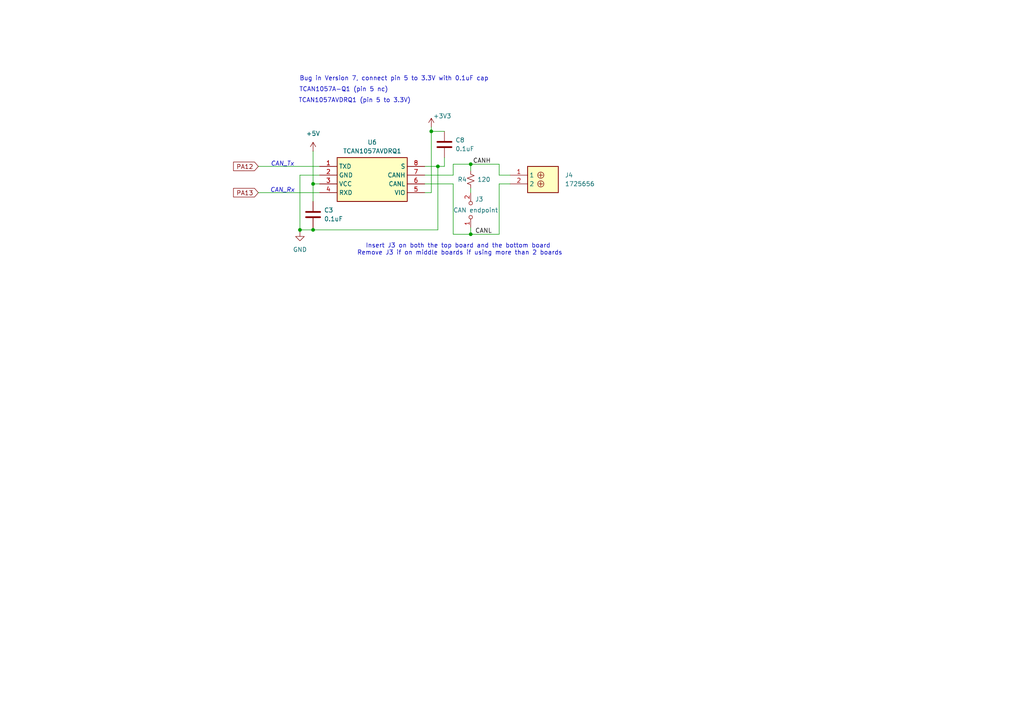
<source format=kicad_sch>
(kicad_sch
	(version 20250114)
	(generator "eeschema")
	(generator_version "9.0")
	(uuid "0acdc26e-da84-4042-94fa-0a401159c999")
	(paper "A4")
	(title_block
		(title "ECE445M Sensor Board")
		(date "2025-11-30")
		(rev "v8.0.2")
		(company "The University of Texas at Austin")
		(comment 1 "Jonathan Valvano")
	)
	(lib_symbols
		(symbol "ECE445L:1725656"
			(exclude_from_sim no)
			(in_bom yes)
			(on_board yes)
			(property "Reference" "J"
				(at 16.51 7.62 0)
				(effects
					(font
						(size 1.27 1.27)
					)
					(justify left top)
				)
			)
			(property "Value" "1725656"
				(at 16.51 5.08 0)
				(effects
					(font
						(size 1.27 1.27)
					)
					(justify left top)
				)
			)
			(property "Footprint" "ECE445L:1725656"
				(at 16.51 -94.92 0)
				(effects
					(font
						(size 1.27 1.27)
					)
					(justify left top)
					(hide yes)
				)
			)
			(property "Datasheet" "https://componentsearchengine.com//1725656.pdf"
				(at 16.51 -194.92 0)
				(effects
					(font
						(size 1.27 1.27)
					)
					(justify left top)
					(hide yes)
				)
			)
			(property "Description" "PCB terminal block, nominal current: 6 A, rated voltage (III/2): 160 V, nominal cross section: 0.5 mm?, Number of potentials: 2, Number of rows: 1, Number of positions per row: 2, product range: MPT 0,5, pitch: 2.54 mm, connection method: Screw connection with tension sleeve, mounting: Wave soldering, conductor/PCB connection direction: 0 ?, color: green, Pin layout: Linear pinning, Solder pin [P]: 3.5 mm, type of packaging: packed in cardboard"
				(at 0 -5.715 0)
				(effects
					(font
						(size 1.27 1.27)
					)
					(hide yes)
				)
			)
			(property "Height" "8.65"
				(at 16.51 -394.92 0)
				(effects
					(font
						(size 1.27 1.27)
					)
					(justify left top)
					(hide yes)
				)
			)
			(property "Mouser Part Number" "651-1725656"
				(at 16.51 -494.92 0)
				(effects
					(font
						(size 1.27 1.27)
					)
					(justify left top)
					(hide yes)
				)
			)
			(property "Mouser Price/Stock" "https://www.mouser.com/Search/Refine.aspx?Keyword=651-1725656"
				(at 16.51 -594.92 0)
				(effects
					(font
						(size 1.27 1.27)
					)
					(justify left top)
					(hide yes)
				)
			)
			(property "Manufacturer_Name" "Phoenix Contact"
				(at 16.51 -694.92 0)
				(effects
					(font
						(size 1.27 1.27)
					)
					(justify left top)
					(hide yes)
				)
			)
			(property "Manufacturer_Part_Number" "1725656"
				(at 16.51 -794.92 0)
				(effects
					(font
						(size 1.27 1.27)
					)
					(justify left top)
					(hide yes)
				)
			)
			(symbol "1725656_0_1"
				(polyline
					(pts
						(xy 8.255 0) (xy 9.525 0)
					)
					(stroke
						(width 0)
						(type default)
					)
					(fill
						(type none)
					)
				)
				(polyline
					(pts
						(xy 8.255 -2.54) (xy 9.525 -2.54)
					)
					(stroke
						(width 0)
						(type default)
					)
					(fill
						(type none)
					)
				)
				(polyline
					(pts
						(xy 8.89 0.635) (xy 8.89 -0.635)
					)
					(stroke
						(width 0)
						(type default)
					)
					(fill
						(type none)
					)
				)
				(circle
					(center 8.89 0)
					(radius 0.898)
					(stroke
						(width 0)
						(type default)
					)
					(fill
						(type none)
					)
				)
				(polyline
					(pts
						(xy 8.89 -1.905) (xy 8.89 -3.175)
					)
					(stroke
						(width 0)
						(type default)
					)
					(fill
						(type none)
					)
				)
				(circle
					(center 8.89 -2.54)
					(radius 0.898)
					(stroke
						(width 0)
						(type default)
					)
					(fill
						(type none)
					)
				)
			)
			(symbol "1725656_1_1"
				(rectangle
					(start 5.08 2.54)
					(end 13.97 -5.08)
					(stroke
						(width 0.254)
						(type default)
					)
					(fill
						(type background)
					)
				)
				(pin passive line
					(at 0 0 0)
					(length 5.08)
					(name "1"
						(effects
							(font
								(size 1.27 1.27)
							)
						)
					)
					(number "1"
						(effects
							(font
								(size 1.27 1.27)
							)
						)
					)
				)
				(pin passive line
					(at 0 -2.54 0)
					(length 5.08)
					(name "2"
						(effects
							(font
								(size 1.27 1.27)
							)
						)
					)
					(number "2"
						(effects
							(font
								(size 1.27 1.27)
							)
						)
					)
				)
			)
			(embedded_fonts no)
		)
		(symbol "ECE445L:C_603"
			(pin_numbers
				(hide yes)
			)
			(pin_names
				(offset 0.254)
			)
			(exclude_from_sim no)
			(in_bom yes)
			(on_board yes)
			(property "Reference" "C"
				(at 0.635 2.54 0)
				(effects
					(font
						(size 1.27 1.27)
					)
					(justify left)
				)
			)
			(property "Value" "C_603"
				(at 0.635 -2.54 0)
				(effects
					(font
						(size 1.27 1.27)
					)
					(justify left)
				)
			)
			(property "Footprint" "ECE445L:C_0603_1608Metric"
				(at 0.9652 -3.81 0)
				(effects
					(font
						(size 1.27 1.27)
					)
					(hide yes)
				)
			)
			(property "Datasheet" "~"
				(at 0 0 0)
				(effects
					(font
						(size 1.27 1.27)
					)
					(hide yes)
				)
			)
			(property "Description" "Unpolarized capacitor"
				(at 0 0 0)
				(effects
					(font
						(size 1.27 1.27)
					)
					(hide yes)
				)
			)
			(property "LCSC" "C5186689"
				(at 0 0 0)
				(effects
					(font
						(size 1.27 1.27)
					)
					(hide yes)
				)
			)
			(property "ki_keywords" "cap capacitor"
				(at 0 0 0)
				(effects
					(font
						(size 1.27 1.27)
					)
					(hide yes)
				)
			)
			(property "ki_fp_filters" "C_*"
				(at 0 0 0)
				(effects
					(font
						(size 1.27 1.27)
					)
					(hide yes)
				)
			)
			(symbol "C_603_0_1"
				(polyline
					(pts
						(xy -2.032 0.762) (xy 2.032 0.762)
					)
					(stroke
						(width 0.508)
						(type default)
					)
					(fill
						(type none)
					)
				)
				(polyline
					(pts
						(xy -2.032 -0.762) (xy 2.032 -0.762)
					)
					(stroke
						(width 0.508)
						(type default)
					)
					(fill
						(type none)
					)
				)
			)
			(symbol "C_603_1_1"
				(pin passive line
					(at 0 3.81 270)
					(length 2.794)
					(name "~"
						(effects
							(font
								(size 1.27 1.27)
							)
						)
					)
					(number "1"
						(effects
							(font
								(size 1.27 1.27)
							)
						)
					)
				)
				(pin passive line
					(at 0 -3.81 90)
					(length 2.794)
					(name "~"
						(effects
							(font
								(size 1.27 1.27)
							)
						)
					)
					(number "2"
						(effects
							(font
								(size 1.27 1.27)
							)
						)
					)
				)
			)
			(embedded_fonts no)
		)
		(symbol "ECE445L:Header_2"
			(pin_names
				(offset 0)
				(hide yes)
			)
			(exclude_from_sim no)
			(in_bom yes)
			(on_board yes)
			(property "Reference" "J"
				(at 0 2.794 0)
				(effects
					(font
						(size 1.27 1.27)
					)
				)
			)
			(property "Value" "Header2"
				(at 0 -2.286 0)
				(effects
					(font
						(size 1.27 1.27)
					)
				)
			)
			(property "Footprint" "ECE445L:PinHeader_1x02_P2.54mm_Vertical"
				(at 0 0 0)
				(effects
					(font
						(size 1.27 1.27)
					)
					(hide yes)
				)
			)
			(property "Datasheet" "~"
				(at 0 0 0)
				(effects
					(font
						(size 1.27 1.27)
					)
					(hide yes)
				)
			)
			(property "Description" "Header, 2-pole"
				(at 0 0 0)
				(effects
					(font
						(size 1.27 1.27)
					)
					(hide yes)
				)
			)
			(property "ki_keywords" "Header"
				(at 0 0 0)
				(effects
					(font
						(size 1.27 1.27)
					)
					(hide yes)
				)
			)
			(property "ki_fp_filters" "Jumper* TestPoint*2Pads* TestPoint*Bridge*"
				(at 0 0 0)
				(effects
					(font
						(size 1.27 1.27)
					)
					(hide yes)
				)
			)
			(symbol "Header_2_0_0"
				(circle
					(center -2.032 0)
					(radius 0.508)
					(stroke
						(width 0)
						(type default)
					)
					(fill
						(type none)
					)
				)
				(circle
					(center 2.032 0)
					(radius 0.508)
					(stroke
						(width 0)
						(type default)
					)
					(fill
						(type none)
					)
				)
			)
			(symbol "Header_2_1_1"
				(pin passive line
					(at -5.08 0 0)
					(length 2.54)
					(name "A"
						(effects
							(font
								(size 1.27 1.27)
							)
						)
					)
					(number "1"
						(effects
							(font
								(size 1.27 1.27)
							)
						)
					)
				)
				(pin passive line
					(at 5.08 0 180)
					(length 2.54)
					(name "B"
						(effects
							(font
								(size 1.27 1.27)
							)
						)
					)
					(number "2"
						(effects
							(font
								(size 1.27 1.27)
							)
						)
					)
				)
			)
			(embedded_fonts no)
		)
		(symbol "ECE445L:R_0603"
			(pin_numbers
				(hide yes)
			)
			(pin_names
				(offset 0.254)
				(hide yes)
			)
			(exclude_from_sim no)
			(in_bom yes)
			(on_board yes)
			(property "Reference" "R"
				(at 0.762 0.508 0)
				(effects
					(font
						(size 1.27 1.27)
					)
					(justify left)
				)
			)
			(property "Value" "R_0603"
				(at 0.762 -1.016 0)
				(effects
					(font
						(size 1.27 1.27)
					)
					(justify left)
				)
			)
			(property "Footprint" "ECE445L:R_0603_1608Metric"
				(at 0 0 0)
				(effects
					(font
						(size 1.27 1.27)
					)
					(hide yes)
				)
			)
			(property "Datasheet" "https://users.ece.utexas.edu/~valvano/mspm0/CarbonFilmresistors.pdf"
				(at 0 0 0)
				(effects
					(font
						(size 1.27 1.27)
					)
					(hide yes)
				)
			)
			(property "Description" "Resistor, SM"
				(at 0 0 0)
				(effects
					(font
						(size 1.27 1.27)
					)
					(hide yes)
				)
			)
			(property "LCSC" "C340542"
				(at 0 0 0)
				(effects
					(font
						(size 1.27 1.27)
					)
					(hide yes)
				)
			)
			(property "ki_keywords" "r resistor"
				(at 0 0 0)
				(effects
					(font
						(size 1.27 1.27)
					)
					(hide yes)
				)
			)
			(property "ki_fp_filters" "R_*"
				(at 0 0 0)
				(effects
					(font
						(size 1.27 1.27)
					)
					(hide yes)
				)
			)
			(symbol "R_0603_1_1"
				(polyline
					(pts
						(xy 0 1.524) (xy 1.016 1.143) (xy 0 0.762) (xy -1.016 0.381) (xy 0 0)
					)
					(stroke
						(width 0)
						(type default)
					)
					(fill
						(type none)
					)
				)
				(polyline
					(pts
						(xy 0 0) (xy 1.016 -0.381) (xy 0 -0.762) (xy -1.016 -1.143) (xy 0 -1.524)
					)
					(stroke
						(width 0)
						(type default)
					)
					(fill
						(type none)
					)
				)
				(pin passive line
					(at 0 2.54 270)
					(length 1.016)
					(name "~"
						(effects
							(font
								(size 1.27 1.27)
							)
						)
					)
					(number "1"
						(effects
							(font
								(size 1.27 1.27)
							)
						)
					)
				)
				(pin passive line
					(at 0 -2.54 90)
					(length 1.016)
					(name "~"
						(effects
							(font
								(size 1.27 1.27)
							)
						)
					)
					(number "2"
						(effects
							(font
								(size 1.27 1.27)
							)
						)
					)
				)
			)
			(embedded_fonts no)
		)
		(symbol "ECE445L:TCAN1057AVDRQ1"
			(exclude_from_sim no)
			(in_bom yes)
			(on_board yes)
			(property "Reference" "U"
				(at 26.67 7.62 0)
				(effects
					(font
						(size 1.27 1.27)
					)
					(justify left top)
				)
			)
			(property "Value" "TCAN1057AVDRQ1"
				(at 26.67 5.08 0)
				(effects
					(font
						(size 1.27 1.27)
					)
					(justify left top)
				)
			)
			(property "Footprint" "ECE445L:SOIC127P600X175-8N"
				(at 26.67 -94.92 0)
				(effects
					(font
						(size 1.27 1.27)
					)
					(justify left top)
					(hide yes)
				)
			)
			(property "Datasheet" "https://pdf1.alldatasheet.com/datasheet-pdf/view/1287247/TI/TCAN1057AV-Q1.html"
				(at 26.67 -194.92 0)
				(effects
					(font
						(size 1.27 1.27)
					)
					(justify left top)
					(hide yes)
				)
			)
			(property "Description" "TCAN1057A-Q1 And TCAN1057AV-Q1 Automotive Fault-Protected CAN FD Transceiver"
				(at 0 0 0)
				(effects
					(font
						(size 1.27 1.27)
					)
					(hide yes)
				)
			)
			(property "Height" "1.75"
				(at 26.67 -394.92 0)
				(effects
					(font
						(size 1.27 1.27)
					)
					(justify left top)
					(hide yes)
				)
			)
			(property "Mouser Part Number" "595-TCAN1057AVDRQ1"
				(at 26.67 -494.92 0)
				(effects
					(font
						(size 1.27 1.27)
					)
					(justify left top)
					(hide yes)
				)
			)
			(property "Mouser Price/Stock" "https://www.mouser.co.uk/ProductDetail/Texas-Instruments/TCAN1057AVDRQ1?qs=Rp5uXu7WBW8Rm%2Fa7xw2cKg%3D%3D"
				(at 26.67 -594.92 0)
				(effects
					(font
						(size 1.27 1.27)
					)
					(justify left top)
					(hide yes)
				)
			)
			(property "Manufacturer_Name" "Texas Instruments"
				(at 26.67 -694.92 0)
				(effects
					(font
						(size 1.27 1.27)
					)
					(justify left top)
					(hide yes)
				)
			)
			(property "Manufacturer_Part_Number" "TCAN1057AVDRQ1"
				(at 26.67 -794.92 0)
				(effects
					(font
						(size 1.27 1.27)
					)
					(justify left top)
					(hide yes)
				)
			)
			(symbol "TCAN1057AVDRQ1_1_1"
				(rectangle
					(start 5.08 2.54)
					(end 25.4 -10.16)
					(stroke
						(width 0.254)
						(type default)
					)
					(fill
						(type background)
					)
				)
				(pin passive line
					(at 0 0 0)
					(length 5.08)
					(name "TXD"
						(effects
							(font
								(size 1.27 1.27)
							)
						)
					)
					(number "1"
						(effects
							(font
								(size 1.27 1.27)
							)
						)
					)
				)
				(pin passive line
					(at 0 -2.54 0)
					(length 5.08)
					(name "GND"
						(effects
							(font
								(size 1.27 1.27)
							)
						)
					)
					(number "2"
						(effects
							(font
								(size 1.27 1.27)
							)
						)
					)
				)
				(pin passive line
					(at 0 -5.08 0)
					(length 5.08)
					(name "VCC"
						(effects
							(font
								(size 1.27 1.27)
							)
						)
					)
					(number "3"
						(effects
							(font
								(size 1.27 1.27)
							)
						)
					)
				)
				(pin passive line
					(at 0 -7.62 0)
					(length 5.08)
					(name "RXD"
						(effects
							(font
								(size 1.27 1.27)
							)
						)
					)
					(number "4"
						(effects
							(font
								(size 1.27 1.27)
							)
						)
					)
				)
				(pin passive line
					(at 30.48 0 180)
					(length 5.08)
					(name "S"
						(effects
							(font
								(size 1.27 1.27)
							)
						)
					)
					(number "8"
						(effects
							(font
								(size 1.27 1.27)
							)
						)
					)
				)
				(pin passive line
					(at 30.48 -2.54 180)
					(length 5.08)
					(name "CANH"
						(effects
							(font
								(size 1.27 1.27)
							)
						)
					)
					(number "7"
						(effects
							(font
								(size 1.27 1.27)
							)
						)
					)
				)
				(pin passive line
					(at 30.48 -5.08 180)
					(length 5.08)
					(name "CANL"
						(effects
							(font
								(size 1.27 1.27)
							)
						)
					)
					(number "6"
						(effects
							(font
								(size 1.27 1.27)
							)
						)
					)
				)
				(pin passive line
					(at 30.48 -7.62 180)
					(length 5.08)
					(name "VIO"
						(effects
							(font
								(size 1.27 1.27)
							)
						)
					)
					(number "5"
						(effects
							(font
								(size 1.27 1.27)
							)
						)
					)
				)
			)
			(embedded_fonts no)
		)
		(symbol "power:+3V3"
			(power)
			(pin_numbers
				(hide yes)
			)
			(pin_names
				(offset 0)
				(hide yes)
			)
			(exclude_from_sim no)
			(in_bom yes)
			(on_board yes)
			(property "Reference" "#PWR"
				(at 0 -3.81 0)
				(effects
					(font
						(size 1.27 1.27)
					)
					(hide yes)
				)
			)
			(property "Value" "+3V3"
				(at 0 3.556 0)
				(effects
					(font
						(size 1.27 1.27)
					)
				)
			)
			(property "Footprint" ""
				(at 0 0 0)
				(effects
					(font
						(size 1.27 1.27)
					)
					(hide yes)
				)
			)
			(property "Datasheet" ""
				(at 0 0 0)
				(effects
					(font
						(size 1.27 1.27)
					)
					(hide yes)
				)
			)
			(property "Description" "Power symbol creates a global label with name \"+3V3\""
				(at 0 0 0)
				(effects
					(font
						(size 1.27 1.27)
					)
					(hide yes)
				)
			)
			(property "ki_keywords" "global power"
				(at 0 0 0)
				(effects
					(font
						(size 1.27 1.27)
					)
					(hide yes)
				)
			)
			(symbol "+3V3_0_1"
				(polyline
					(pts
						(xy -0.762 1.27) (xy 0 2.54)
					)
					(stroke
						(width 0)
						(type default)
					)
					(fill
						(type none)
					)
				)
				(polyline
					(pts
						(xy 0 2.54) (xy 0.762 1.27)
					)
					(stroke
						(width 0)
						(type default)
					)
					(fill
						(type none)
					)
				)
				(polyline
					(pts
						(xy 0 0) (xy 0 2.54)
					)
					(stroke
						(width 0)
						(type default)
					)
					(fill
						(type none)
					)
				)
			)
			(symbol "+3V3_1_1"
				(pin power_in line
					(at 0 0 90)
					(length 0)
					(name "~"
						(effects
							(font
								(size 1.27 1.27)
							)
						)
					)
					(number "1"
						(effects
							(font
								(size 1.27 1.27)
							)
						)
					)
				)
			)
			(embedded_fonts no)
		)
		(symbol "power:+5V"
			(power)
			(pin_numbers
				(hide yes)
			)
			(pin_names
				(offset 0)
				(hide yes)
			)
			(exclude_from_sim no)
			(in_bom yes)
			(on_board yes)
			(property "Reference" "#PWR"
				(at 0 -3.81 0)
				(effects
					(font
						(size 1.27 1.27)
					)
					(hide yes)
				)
			)
			(property "Value" "+5V"
				(at 0 3.556 0)
				(effects
					(font
						(size 1.27 1.27)
					)
				)
			)
			(property "Footprint" ""
				(at 0 0 0)
				(effects
					(font
						(size 1.27 1.27)
					)
					(hide yes)
				)
			)
			(property "Datasheet" ""
				(at 0 0 0)
				(effects
					(font
						(size 1.27 1.27)
					)
					(hide yes)
				)
			)
			(property "Description" "Power symbol creates a global label with name \"+5V\""
				(at 0 0 0)
				(effects
					(font
						(size 1.27 1.27)
					)
					(hide yes)
				)
			)
			(property "ki_keywords" "global power"
				(at 0 0 0)
				(effects
					(font
						(size 1.27 1.27)
					)
					(hide yes)
				)
			)
			(symbol "+5V_0_1"
				(polyline
					(pts
						(xy -0.762 1.27) (xy 0 2.54)
					)
					(stroke
						(width 0)
						(type default)
					)
					(fill
						(type none)
					)
				)
				(polyline
					(pts
						(xy 0 2.54) (xy 0.762 1.27)
					)
					(stroke
						(width 0)
						(type default)
					)
					(fill
						(type none)
					)
				)
				(polyline
					(pts
						(xy 0 0) (xy 0 2.54)
					)
					(stroke
						(width 0)
						(type default)
					)
					(fill
						(type none)
					)
				)
			)
			(symbol "+5V_1_1"
				(pin power_in line
					(at 0 0 90)
					(length 0)
					(name "~"
						(effects
							(font
								(size 1.27 1.27)
							)
						)
					)
					(number "1"
						(effects
							(font
								(size 1.27 1.27)
							)
						)
					)
				)
			)
			(embedded_fonts no)
		)
		(symbol "power:GND"
			(power)
			(pin_numbers
				(hide yes)
			)
			(pin_names
				(offset 0)
				(hide yes)
			)
			(exclude_from_sim no)
			(in_bom yes)
			(on_board yes)
			(property "Reference" "#PWR"
				(at 0 -6.35 0)
				(effects
					(font
						(size 1.27 1.27)
					)
					(hide yes)
				)
			)
			(property "Value" "GND"
				(at 0 -3.81 0)
				(effects
					(font
						(size 1.27 1.27)
					)
				)
			)
			(property "Footprint" ""
				(at 0 0 0)
				(effects
					(font
						(size 1.27 1.27)
					)
					(hide yes)
				)
			)
			(property "Datasheet" ""
				(at 0 0 0)
				(effects
					(font
						(size 1.27 1.27)
					)
					(hide yes)
				)
			)
			(property "Description" "Power symbol creates a global label with name \"GND\" , ground"
				(at 0 0 0)
				(effects
					(font
						(size 1.27 1.27)
					)
					(hide yes)
				)
			)
			(property "ki_keywords" "global power"
				(at 0 0 0)
				(effects
					(font
						(size 1.27 1.27)
					)
					(hide yes)
				)
			)
			(symbol "GND_0_1"
				(polyline
					(pts
						(xy 0 0) (xy 0 -1.27) (xy 1.27 -1.27) (xy 0 -2.54) (xy -1.27 -1.27) (xy 0 -1.27)
					)
					(stroke
						(width 0)
						(type default)
					)
					(fill
						(type none)
					)
				)
			)
			(symbol "GND_1_1"
				(pin power_in line
					(at 0 0 270)
					(length 0)
					(name "~"
						(effects
							(font
								(size 1.27 1.27)
							)
						)
					)
					(number "1"
						(effects
							(font
								(size 1.27 1.27)
							)
						)
					)
				)
			)
			(embedded_fonts no)
		)
	)
	(text "Insert J3 on both the top board and the bottom board \nRemove J3 if on middle boards if using more than 2 boards"
		(exclude_from_sim no)
		(at 133.35 72.39 0)
		(effects
			(font
				(size 1.27 1.27)
			)
		)
		(uuid "131bf5b9-e15b-4de0-9049-b83b10f4f0e5")
	)
	(text "CAN_Tx"
		(exclude_from_sim no)
		(at 81.915 47.625 0)
		(effects
			(font
				(size 1.27 1.27)
				(italic yes)
			)
		)
		(uuid "3823ff15-c815-4f87-9ca2-e52c50d69cc3")
	)
	(text "Bug in Version 7, connect pin 5 to 3.3V with 0.1uF cap"
		(exclude_from_sim no)
		(at 114.3 22.86 0)
		(effects
			(font
				(size 1.27 1.27)
			)
		)
		(uuid "4b4f9ac9-201b-41b4-b7c4-8f6d8620987b")
	)
	(text "TCAN1057AVDRQ1 (pin 5 to 3.3V)"
		(exclude_from_sim no)
		(at 102.87 29.21 0)
		(effects
			(font
				(size 1.27 1.27)
			)
		)
		(uuid "6329ac7f-9ff4-414d-9010-a2e198e94097")
	)
	(text "TCAN1057A-Q1 (pin 5 nc)"
		(exclude_from_sim no)
		(at 99.695 26.035 0)
		(effects
			(font
				(size 1.27 1.27)
			)
		)
		(uuid "b4a2f1e8-b6da-4fd0-8cf7-86780c9c00f0")
	)
	(text "CAN_Rx"
		(exclude_from_sim no)
		(at 81.915 55.245 0)
		(effects
			(font
				(size 1.27 1.27)
				(italic yes)
			)
		)
		(uuid "c1ace13b-954a-40ed-8b5f-81e26ac87562")
	)
	(junction
		(at 127 48.26)
		(diameter 0)
		(color 0 0 0 0)
		(uuid "069c5979-ab4d-4c8e-9a2b-67e43dd6a014")
	)
	(junction
		(at 90.805 66.675)
		(diameter 0)
		(color 0 0 0 0)
		(uuid "4836de88-5fb1-4e20-b297-7d1ecb775d38")
	)
	(junction
		(at 125.095 38.1)
		(diameter 0)
		(color 0 0 0 0)
		(uuid "6ec37f5f-fbb6-4c5e-bce3-06efb46020f1")
	)
	(junction
		(at 90.805 53.34)
		(diameter 0)
		(color 0 0 0 0)
		(uuid "6f4dc8c2-d647-44ca-9f04-9abaf15ace00")
	)
	(junction
		(at 86.995 66.675)
		(diameter 0)
		(color 0 0 0 0)
		(uuid "c0d421fe-8292-4a3a-95d7-f7411ff095f9")
	)
	(junction
		(at 136.525 47.625)
		(diameter 0)
		(color 0 0 0 0)
		(uuid "df19293b-958d-4392-8aa5-075aa1aafb22")
	)
	(junction
		(at 136.525 67.945)
		(diameter 0)
		(color 0 0 0 0)
		(uuid "f13a8cc4-7cf2-4215-9f9f-dfe4a7b08b75")
	)
	(wire
		(pts
			(xy 128.905 48.26) (xy 127 48.26)
		)
		(stroke
			(width 0)
			(type default)
		)
		(uuid "04b7485f-1ca1-4be9-b28c-ce6a2129a306")
	)
	(wire
		(pts
			(xy 123.19 53.34) (xy 131.445 53.34)
		)
		(stroke
			(width 0)
			(type default)
		)
		(uuid "098e6be2-6d76-4458-8c04-8d19482a3009")
	)
	(wire
		(pts
			(xy 128.905 45.72) (xy 128.905 48.26)
		)
		(stroke
			(width 0)
			(type default)
		)
		(uuid "1292644e-b0de-4210-bf2c-92fdfe214a9e")
	)
	(wire
		(pts
			(xy 136.525 47.625) (xy 144.78 47.625)
		)
		(stroke
			(width 0)
			(type default)
		)
		(uuid "12ab1a14-3a7d-4c1c-ad5e-a45044616a62")
	)
	(wire
		(pts
			(xy 90.805 43.815) (xy 90.805 53.34)
		)
		(stroke
			(width 0)
			(type default)
		)
		(uuid "1ae5b01d-1064-4cd2-8ce0-f549fd8a9c21")
	)
	(wire
		(pts
			(xy 92.71 53.34) (xy 90.805 53.34)
		)
		(stroke
			(width 0)
			(type default)
		)
		(uuid "200af53b-321f-41cb-96a8-15c7e36d7283")
	)
	(wire
		(pts
			(xy 136.525 66.04) (xy 136.525 67.945)
		)
		(stroke
			(width 0)
			(type default)
		)
		(uuid "2b6e7055-eca9-499a-b30c-6839f081cc3b")
	)
	(wire
		(pts
			(xy 125.095 55.88) (xy 125.095 38.1)
		)
		(stroke
			(width 0)
			(type default)
		)
		(uuid "3a89b78c-75d4-4fec-996f-e1fd8bf11fd1")
	)
	(wire
		(pts
			(xy 86.995 50.8) (xy 86.995 66.675)
		)
		(stroke
			(width 0)
			(type default)
		)
		(uuid "41d8a539-bbe0-4441-a88f-900fb26b9f18")
	)
	(wire
		(pts
			(xy 74.93 55.88) (xy 92.71 55.88)
		)
		(stroke
			(width 0)
			(type default)
		)
		(uuid "45d6281d-b2e0-49b1-836d-f13b156d906f")
	)
	(wire
		(pts
			(xy 123.19 50.8) (xy 131.445 50.8)
		)
		(stroke
			(width 0)
			(type default)
		)
		(uuid "4a6e854e-3823-4183-84ef-ec507a7a85d5")
	)
	(wire
		(pts
			(xy 131.445 53.34) (xy 131.445 67.945)
		)
		(stroke
			(width 0)
			(type default)
		)
		(uuid "5a50000f-c4c6-4778-8a5f-e8cc5f76e2be")
	)
	(wire
		(pts
			(xy 144.78 47.625) (xy 144.78 50.8)
		)
		(stroke
			(width 0)
			(type default)
		)
		(uuid "5b115a40-05d1-4efc-98c7-fc76e6bc4e90")
	)
	(wire
		(pts
			(xy 127 48.26) (xy 127 66.675)
		)
		(stroke
			(width 0)
			(type default)
		)
		(uuid "5ca4dfd0-d1ea-4af8-b803-53f8cce4fcca")
	)
	(wire
		(pts
			(xy 131.445 50.8) (xy 131.445 47.625)
		)
		(stroke
			(width 0)
			(type default)
		)
		(uuid "6c74dec2-1db7-44cf-8234-d95bc8e7c35e")
	)
	(wire
		(pts
			(xy 123.19 48.26) (xy 127 48.26)
		)
		(stroke
			(width 0)
			(type default)
		)
		(uuid "7e2f4157-72a5-4432-918a-419b1336b906")
	)
	(wire
		(pts
			(xy 90.805 66.04) (xy 90.805 66.675)
		)
		(stroke
			(width 0)
			(type default)
		)
		(uuid "7eb3bd20-139b-45eb-8dd6-807e9ac2539c")
	)
	(wire
		(pts
			(xy 131.445 47.625) (xy 136.525 47.625)
		)
		(stroke
			(width 0)
			(type default)
		)
		(uuid "825a59ee-4e73-422d-b176-3ec4061a01e8")
	)
	(wire
		(pts
			(xy 74.93 48.26) (xy 92.71 48.26)
		)
		(stroke
			(width 0)
			(type default)
		)
		(uuid "83df84c8-1573-410a-bfab-d4bdcc5f947a")
	)
	(wire
		(pts
			(xy 123.19 55.88) (xy 125.095 55.88)
		)
		(stroke
			(width 0)
			(type default)
		)
		(uuid "84756458-dbf4-446d-b719-6b8c668cb735")
	)
	(wire
		(pts
			(xy 136.525 54.61) (xy 136.525 55.88)
		)
		(stroke
			(width 0)
			(type default)
		)
		(uuid "882b5d01-da45-40ce-b932-c8e1a99a080d")
	)
	(wire
		(pts
			(xy 86.995 66.675) (xy 86.995 67.31)
		)
		(stroke
			(width 0)
			(type default)
		)
		(uuid "8cfbb786-98b5-4baa-9721-0965661b7fa3")
	)
	(wire
		(pts
			(xy 125.095 38.1) (xy 128.905 38.1)
		)
		(stroke
			(width 0)
			(type default)
		)
		(uuid "98dbb90d-a200-47a0-aa96-da7c903ea882")
	)
	(wire
		(pts
			(xy 131.445 67.945) (xy 136.525 67.945)
		)
		(stroke
			(width 0)
			(type default)
		)
		(uuid "9d7500cf-2b3d-48f1-9e16-765eb30b9841")
	)
	(wire
		(pts
			(xy 144.78 53.34) (xy 147.955 53.34)
		)
		(stroke
			(width 0)
			(type default)
		)
		(uuid "a53be110-e5a0-4e6c-aed4-dbe237d9814b")
	)
	(wire
		(pts
			(xy 136.525 47.625) (xy 136.525 49.53)
		)
		(stroke
			(width 0)
			(type default)
		)
		(uuid "acfe570a-a143-44a1-846f-302fd76e9ad2")
	)
	(wire
		(pts
			(xy 90.805 53.34) (xy 90.805 58.42)
		)
		(stroke
			(width 0)
			(type default)
		)
		(uuid "ae1e5d3a-c6fa-4c60-aecf-273847cba714")
	)
	(wire
		(pts
			(xy 144.78 50.8) (xy 147.955 50.8)
		)
		(stroke
			(width 0)
			(type default)
		)
		(uuid "b9e31fd6-d194-4588-b959-a7d6c2ef440d")
	)
	(wire
		(pts
			(xy 92.71 50.8) (xy 86.995 50.8)
		)
		(stroke
			(width 0)
			(type default)
		)
		(uuid "e62b4a6c-bcdf-4a2b-b672-ea10cd26d6e0")
	)
	(wire
		(pts
			(xy 127 66.675) (xy 90.805 66.675)
		)
		(stroke
			(width 0)
			(type default)
		)
		(uuid "e72b9c28-65f6-4c7a-9675-e0f4aba0ab20")
	)
	(wire
		(pts
			(xy 144.78 67.945) (xy 144.78 53.34)
		)
		(stroke
			(width 0)
			(type default)
		)
		(uuid "f3b05209-8800-4889-aa90-cbb734402882")
	)
	(wire
		(pts
			(xy 125.095 38.1) (xy 125.095 36.83)
		)
		(stroke
			(width 0)
			(type default)
		)
		(uuid "f51f536f-7a51-42c8-af4c-87176785eb8e")
	)
	(wire
		(pts
			(xy 136.525 67.945) (xy 144.78 67.945)
		)
		(stroke
			(width 0)
			(type default)
		)
		(uuid "fc48b34e-85d0-42e8-bd87-eef9ae34f9d0")
	)
	(wire
		(pts
			(xy 90.805 66.675) (xy 86.995 66.675)
		)
		(stroke
			(width 0)
			(type default)
		)
		(uuid "fd248dd5-2f44-4552-9c4b-f936d19ef48a")
	)
	(label "CANL"
		(at 137.795 67.945 0)
		(effects
			(font
				(size 1.27 1.27)
			)
			(justify left bottom)
		)
		(uuid "50bb4c68-e932-4d13-b558-ce40854870d5")
	)
	(label "CANH"
		(at 137.16 47.625 0)
		(effects
			(font
				(size 1.27 1.27)
			)
			(justify left bottom)
		)
		(uuid "799f517e-5c67-43f6-8285-8ae622068457")
	)
	(global_label "PA12"
		(shape input)
		(at 74.93 48.26 180)
		(fields_autoplaced yes)
		(effects
			(font
				(size 1.27 1.27)
			)
			(justify right)
		)
		(uuid "a4c8250f-a332-470a-ac14-165cff0c1e47")
		(property "Intersheetrefs" "${INTERSHEET_REFS}"
			(at 67.1672 48.26 0)
			(effects
				(font
					(size 1.27 1.27)
				)
				(justify right)
				(hide yes)
			)
		)
	)
	(global_label "PA13"
		(shape input)
		(at 74.93 55.88 180)
		(fields_autoplaced yes)
		(effects
			(font
				(size 1.27 1.27)
			)
			(justify right)
		)
		(uuid "f68f262d-433d-47e9-8156-2f882ae9f982")
		(property "Intersheetrefs" "${INTERSHEET_REFS}"
			(at 67.1672 55.88 0)
			(effects
				(font
					(size 1.27 1.27)
				)
				(justify right)
				(hide yes)
			)
		)
	)
	(symbol
		(lib_id "ECE445L:C_603")
		(at 90.805 62.23 0)
		(unit 1)
		(exclude_from_sim no)
		(in_bom yes)
		(on_board yes)
		(dnp no)
		(fields_autoplaced yes)
		(uuid "825b1a8d-d0b8-486f-96ee-2db2796c3994")
		(property "Reference" "C3"
			(at 93.98 60.9599 0)
			(effects
				(font
					(size 1.27 1.27)
				)
				(justify left)
			)
		)
		(property "Value" "0.1uF"
			(at 93.98 63.4999 0)
			(effects
				(font
					(size 1.27 1.27)
				)
				(justify left)
			)
		)
		(property "Footprint" "ECE445L:C_0603_1608Metric"
			(at 91.7702 66.04 0)
			(effects
				(font
					(size 1.27 1.27)
				)
				(hide yes)
			)
		)
		(property "Datasheet" "~"
			(at 90.805 62.23 0)
			(effects
				(font
					(size 1.27 1.27)
				)
				(hide yes)
			)
		)
		(property "Description" "Unpolarized capacitor"
			(at 90.805 62.23 0)
			(effects
				(font
					(size 1.27 1.27)
				)
				(hide yes)
			)
		)
		(property "LCSC" "C5186689"
			(at 90.805 62.23 0)
			(effects
				(font
					(size 1.27 1.27)
				)
				(hide yes)
			)
		)
		(pin "2"
			(uuid "c25c5bab-b48c-44a9-a6f9-d094ee39ed06")
		)
		(pin "1"
			(uuid "faa2bcce-f42b-4e0d-8499-0cd338f0c3d6")
		)
		(instances
			(project ""
				(path "/69b823fd-c065-40ff-9bb9-c5835555f3eb/ba8588b3-c6d1-409c-87a2-06545270c10a"
					(reference "C3")
					(unit 1)
				)
			)
		)
	)
	(symbol
		(lib_id "power:+5V")
		(at 90.805 43.815 0)
		(unit 1)
		(exclude_from_sim no)
		(in_bom yes)
		(on_board yes)
		(dnp no)
		(fields_autoplaced yes)
		(uuid "a676c5d7-8071-4231-9025-570c1e8b5fe2")
		(property "Reference" "#PWR015"
			(at 90.805 47.625 0)
			(effects
				(font
					(size 1.27 1.27)
				)
				(hide yes)
			)
		)
		(property "Value" "+5V"
			(at 90.805 38.735 0)
			(effects
				(font
					(size 1.27 1.27)
				)
			)
		)
		(property "Footprint" ""
			(at 90.805 43.815 0)
			(effects
				(font
					(size 1.27 1.27)
				)
				(hide yes)
			)
		)
		(property "Datasheet" ""
			(at 90.805 43.815 0)
			(effects
				(font
					(size 1.27 1.27)
				)
				(hide yes)
			)
		)
		(property "Description" ""
			(at 90.805 43.815 0)
			(effects
				(font
					(size 1.27 1.27)
				)
			)
		)
		(pin "1"
			(uuid "765339e9-29f7-4254-aa51-e642c373023a")
		)
		(instances
			(project "SensorBoard"
				(path "/69b823fd-c065-40ff-9bb9-c5835555f3eb/ba8588b3-c6d1-409c-87a2-06545270c10a"
					(reference "#PWR015")
					(unit 1)
				)
			)
		)
	)
	(symbol
		(lib_id "ECE445L:1725656")
		(at 147.955 50.8 0)
		(unit 1)
		(exclude_from_sim no)
		(in_bom yes)
		(on_board yes)
		(dnp no)
		(fields_autoplaced yes)
		(uuid "add07761-5f70-4c22-ba69-b5771576f246")
		(property "Reference" "J4"
			(at 163.83 50.7999 0)
			(effects
				(font
					(size 1.27 1.27)
				)
				(justify left)
			)
		)
		(property "Value" "1725656"
			(at 163.83 53.3399 0)
			(effects
				(font
					(size 1.27 1.27)
				)
				(justify left)
			)
		)
		(property "Footprint" "ECE445L:1725656"
			(at 164.465 145.72 0)
			(effects
				(font
					(size 1.27 1.27)
				)
				(justify left top)
				(hide yes)
			)
		)
		(property "Datasheet" "https://componentsearchengine.com//1725656.pdf"
			(at 164.465 245.72 0)
			(effects
				(font
					(size 1.27 1.27)
				)
				(justify left top)
				(hide yes)
			)
		)
		(property "Description" "PCB terminal block, nominal current: 6 A, rated voltage (III/2): 160 V, nominal cross section: 0.5 mm?, Number of potentials: 2, Number of rows: 1, Number of positions per row: 2, product range: MPT 0,5, pitch: 2.54 mm, connection method: Screw connection with tension sleeve, mounting: Wave soldering, conductor/PCB connection direction: 0 ?, color: green, Pin layout: Linear pinning, Solder pin [P]: 3.5 mm, type of packaging: packed in cardboard"
			(at 147.955 56.515 0)
			(effects
				(font
					(size 1.27 1.27)
				)
				(hide yes)
			)
		)
		(property "Height" "8.65"
			(at 164.465 445.72 0)
			(effects
				(font
					(size 1.27 1.27)
				)
				(justify left top)
				(hide yes)
			)
		)
		(property "Mouser Part Number" "651-1725656"
			(at 164.465 545.72 0)
			(effects
				(font
					(size 1.27 1.27)
				)
				(justify left top)
				(hide yes)
			)
		)
		(property "Mouser Price/Stock" "https://www.mouser.com/Search/Refine.aspx?Keyword=651-1725656"
			(at 164.465 645.72 0)
			(effects
				(font
					(size 1.27 1.27)
				)
				(justify left top)
				(hide yes)
			)
		)
		(property "Manufacturer_Name" "Phoenix Contact"
			(at 164.465 745.72 0)
			(effects
				(font
					(size 1.27 1.27)
				)
				(justify left top)
				(hide yes)
			)
		)
		(property "Manufacturer_Part_Number" "1725656"
			(at 164.465 845.72 0)
			(effects
				(font
					(size 1.27 1.27)
				)
				(justify left top)
				(hide yes)
			)
		)
		(pin "2"
			(uuid "7837d30d-dd6a-47da-917b-9240888ad09b")
		)
		(pin "1"
			(uuid "b5263058-ee0e-4f88-83ad-d95b49f95f7e")
		)
		(instances
			(project ""
				(path "/69b823fd-c065-40ff-9bb9-c5835555f3eb/ba8588b3-c6d1-409c-87a2-06545270c10a"
					(reference "J4")
					(unit 1)
				)
			)
		)
	)
	(symbol
		(lib_id "power:+3V3")
		(at 125.095 36.83 0)
		(unit 1)
		(exclude_from_sim no)
		(in_bom yes)
		(on_board yes)
		(dnp no)
		(uuid "ba01c968-2e3a-4f5e-8d19-f2964e1e886b")
		(property "Reference" "#PWR033"
			(at 125.095 40.64 0)
			(effects
				(font
					(size 1.27 1.27)
				)
				(hide yes)
			)
		)
		(property "Value" "+3V3"
			(at 128.27 33.655 0)
			(effects
				(font
					(size 1.27 1.27)
				)
			)
		)
		(property "Footprint" ""
			(at 125.095 36.83 0)
			(effects
				(font
					(size 1.27 1.27)
				)
				(hide yes)
			)
		)
		(property "Datasheet" ""
			(at 125.095 36.83 0)
			(effects
				(font
					(size 1.27 1.27)
				)
				(hide yes)
			)
		)
		(property "Description" ""
			(at 125.095 36.83 0)
			(effects
				(font
					(size 1.27 1.27)
				)
			)
		)
		(pin "1"
			(uuid "6c9f54a8-8d54-4a0f-a264-e928ea860696")
		)
		(instances
			(project "SensorBoard"
				(path "/69b823fd-c065-40ff-9bb9-c5835555f3eb/ba8588b3-c6d1-409c-87a2-06545270c10a"
					(reference "#PWR033")
					(unit 1)
				)
			)
		)
	)
	(symbol
		(lib_id "ECE445L:C_603")
		(at 128.905 41.91 0)
		(unit 1)
		(exclude_from_sim no)
		(in_bom yes)
		(on_board yes)
		(dnp no)
		(fields_autoplaced yes)
		(uuid "c9386bbb-101d-474b-afad-d731e91c3036")
		(property "Reference" "C8"
			(at 132.08 40.6399 0)
			(effects
				(font
					(size 1.27 1.27)
				)
				(justify left)
			)
		)
		(property "Value" "0.1uF"
			(at 132.08 43.1799 0)
			(effects
				(font
					(size 1.27 1.27)
				)
				(justify left)
			)
		)
		(property "Footprint" "ECE445L:C_0603_1608Metric"
			(at 129.8702 45.72 0)
			(effects
				(font
					(size 1.27 1.27)
				)
				(hide yes)
			)
		)
		(property "Datasheet" "~"
			(at 128.905 41.91 0)
			(effects
				(font
					(size 1.27 1.27)
				)
				(hide yes)
			)
		)
		(property "Description" "Unpolarized capacitor"
			(at 128.905 41.91 0)
			(effects
				(font
					(size 1.27 1.27)
				)
				(hide yes)
			)
		)
		(property "LCSC" "C5186689"
			(at 128.905 41.91 0)
			(effects
				(font
					(size 1.27 1.27)
				)
				(hide yes)
			)
		)
		(pin "2"
			(uuid "fe6c9ce1-e515-42bc-a03f-162451f37964")
		)
		(pin "1"
			(uuid "6e5b85d5-310c-44bb-bc07-e2eb063d1c73")
		)
		(instances
			(project "SensorBoard"
				(path "/69b823fd-c065-40ff-9bb9-c5835555f3eb/ba8588b3-c6d1-409c-87a2-06545270c10a"
					(reference "C8")
					(unit 1)
				)
			)
		)
	)
	(symbol
		(lib_id "ECE445L:Header_2")
		(at 136.525 60.96 90)
		(unit 1)
		(exclude_from_sim no)
		(in_bom yes)
		(on_board yes)
		(dnp no)
		(uuid "e1cf13ad-c4bc-4e2b-843b-be7487940755")
		(property "Reference" "J3"
			(at 137.795 57.785 90)
			(effects
				(font
					(size 1.27 1.27)
				)
				(justify right)
			)
		)
		(property "Value" "CAN endpoint"
			(at 131.445 60.96 90)
			(effects
				(font
					(size 1.27 1.27)
				)
				(justify right)
			)
		)
		(property "Footprint" "ECE445L:PinHeader_1x02_P2.54mm_Vertical"
			(at 136.525 60.96 0)
			(effects
				(font
					(size 1.27 1.27)
				)
				(hide yes)
			)
		)
		(property "Datasheet" "~"
			(at 136.525 60.96 0)
			(effects
				(font
					(size 1.27 1.27)
				)
				(hide yes)
			)
		)
		(property "Description" "Header, 2-pole"
			(at 136.525 60.96 0)
			(effects
				(font
					(size 1.27 1.27)
				)
				(hide yes)
			)
		)
		(pin "1"
			(uuid "ce476481-e7d8-4987-9bb5-8b3b131e3ab0")
		)
		(pin "2"
			(uuid "761a320c-2c38-45a3-a183-f1dbcd084e2f")
		)
		(instances
			(project ""
				(path "/69b823fd-c065-40ff-9bb9-c5835555f3eb/ba8588b3-c6d1-409c-87a2-06545270c10a"
					(reference "J3")
					(unit 1)
				)
			)
		)
	)
	(symbol
		(lib_id "ECE445L:TCAN1057AVDRQ1")
		(at 92.71 48.26 0)
		(unit 1)
		(exclude_from_sim no)
		(in_bom yes)
		(on_board yes)
		(dnp no)
		(fields_autoplaced yes)
		(uuid "e8b5cefd-0bc6-4cf8-ae76-8cadb363d307")
		(property "Reference" "U6"
			(at 107.95 41.275 0)
			(effects
				(font
					(size 1.27 1.27)
				)
			)
		)
		(property "Value" "TCAN1057AVDRQ1"
			(at 107.95 43.815 0)
			(effects
				(font
					(size 1.27 1.27)
				)
			)
		)
		(property "Footprint" "ECE445L:SOIC127P600X175-8N"
			(at 119.38 143.18 0)
			(effects
				(font
					(size 1.27 1.27)
				)
				(justify left top)
				(hide yes)
			)
		)
		(property "Datasheet" "https://pdf1.alldatasheet.com/datasheet-pdf/view/1287247/TI/TCAN1057AV-Q1.html"
			(at 119.38 243.18 0)
			(effects
				(font
					(size 1.27 1.27)
				)
				(justify left top)
				(hide yes)
			)
		)
		(property "Description" "TCAN1057A-Q1 And TCAN1057AV-Q1 Automotive Fault-Protected CAN FD Transceiver"
			(at 92.71 48.26 0)
			(effects
				(font
					(size 1.27 1.27)
				)
				(hide yes)
			)
		)
		(property "Height" "1.75"
			(at 119.38 443.18 0)
			(effects
				(font
					(size 1.27 1.27)
				)
				(justify left top)
				(hide yes)
			)
		)
		(property "Mouser Part Number" "595-TCAN1057AVDRQ1"
			(at 119.38 543.18 0)
			(effects
				(font
					(size 1.27 1.27)
				)
				(justify left top)
				(hide yes)
			)
		)
		(property "Mouser Price/Stock" "https://www.mouser.co.uk/ProductDetail/Texas-Instruments/TCAN1057AVDRQ1?qs=Rp5uXu7WBW8Rm%2Fa7xw2cKg%3D%3D"
			(at 119.38 643.18 0)
			(effects
				(font
					(size 1.27 1.27)
				)
				(justify left top)
				(hide yes)
			)
		)
		(property "Manufacturer_Name" "Texas Instruments"
			(at 119.38 743.18 0)
			(effects
				(font
					(size 1.27 1.27)
				)
				(justify left top)
				(hide yes)
			)
		)
		(property "Manufacturer_Part_Number" "TCAN1057AVDRQ1"
			(at 119.38 843.18 0)
			(effects
				(font
					(size 1.27 1.27)
				)
				(justify left top)
				(hide yes)
			)
		)
		(pin "3"
			(uuid "18c45bc4-d9e0-427f-99ca-05be06838c74")
		)
		(pin "1"
			(uuid "1f4c78e7-7ceb-4a94-bad1-684e9a9a0a24")
		)
		(pin "2"
			(uuid "9cd67e3f-b354-43ae-88d1-ce8f3d06b814")
		)
		(pin "6"
			(uuid "f5f4f8f3-a8e0-4f26-86ca-f3b69368f144")
		)
		(pin "4"
			(uuid "5329daca-7edc-48c0-afe0-a18c5cb76e99")
		)
		(pin "7"
			(uuid "ab3c3166-f676-48ea-9597-c29260848313")
		)
		(pin "8"
			(uuid "926ee6fc-f474-4d07-8f81-54cdbda7fb5d")
		)
		(pin "5"
			(uuid "05cb439b-ba21-42a3-afd3-f5bef36aafcd")
		)
		(instances
			(project ""
				(path "/69b823fd-c065-40ff-9bb9-c5835555f3eb/ba8588b3-c6d1-409c-87a2-06545270c10a"
					(reference "U6")
					(unit 1)
				)
			)
		)
	)
	(symbol
		(lib_id "power:GND")
		(at 86.995 67.31 0)
		(unit 1)
		(exclude_from_sim no)
		(in_bom yes)
		(on_board yes)
		(dnp no)
		(fields_autoplaced yes)
		(uuid "e9f46a76-1ef5-4c0d-9613-549a120b86ad")
		(property "Reference" "#PWR014"
			(at 86.995 73.66 0)
			(effects
				(font
					(size 1.27 1.27)
				)
				(hide yes)
			)
		)
		(property "Value" "GND"
			(at 86.995 72.39 0)
			(effects
				(font
					(size 1.27 1.27)
				)
			)
		)
		(property "Footprint" ""
			(at 86.995 67.31 0)
			(effects
				(font
					(size 1.27 1.27)
				)
				(hide yes)
			)
		)
		(property "Datasheet" ""
			(at 86.995 67.31 0)
			(effects
				(font
					(size 1.27 1.27)
				)
				(hide yes)
			)
		)
		(property "Description" ""
			(at 86.995 67.31 0)
			(effects
				(font
					(size 1.27 1.27)
				)
			)
		)
		(pin "1"
			(uuid "4278690c-f353-4096-b2a6-9b58cfffc61a")
		)
		(instances
			(project "SensorBoard"
				(path "/69b823fd-c065-40ff-9bb9-c5835555f3eb/ba8588b3-c6d1-409c-87a2-06545270c10a"
					(reference "#PWR014")
					(unit 1)
				)
			)
		)
	)
	(symbol
		(lib_id "ECE445L:R_0603")
		(at 136.525 52.07 0)
		(unit 1)
		(exclude_from_sim no)
		(in_bom yes)
		(on_board yes)
		(dnp no)
		(uuid "f21bb491-61d6-477a-8dc1-9aa889bc0ab2")
		(property "Reference" "R4"
			(at 132.715 52.07 0)
			(effects
				(font
					(size 1.27 1.27)
				)
				(justify left)
			)
		)
		(property "Value" "120"
			(at 138.43 52.07 0)
			(effects
				(font
					(size 1.27 1.27)
				)
				(justify left)
			)
		)
		(property "Footprint" "ECE445L:R_0603_1608Metric"
			(at 136.525 52.07 0)
			(effects
				(font
					(size 1.27 1.27)
				)
				(hide yes)
			)
		)
		(property "Datasheet" "https://users.ece.utexas.edu/~valvano/mspm0/CarbonFilmresistors.pdf"
			(at 136.525 52.07 0)
			(effects
				(font
					(size 1.27 1.27)
				)
				(hide yes)
			)
		)
		(property "Description" "Resistor, SM"
			(at 136.525 52.07 0)
			(effects
				(font
					(size 1.27 1.27)
				)
				(hide yes)
			)
		)
		(property "LCSC" "C340542"
			(at 136.525 52.07 0)
			(effects
				(font
					(size 1.27 1.27)
				)
				(hide yes)
			)
		)
		(pin "1"
			(uuid "1a76541f-026e-45b0-a7ed-60f6fbba6a3d")
		)
		(pin "2"
			(uuid "4d749e7e-016f-41fc-bb89-8d8bbec113c1")
		)
		(instances
			(project "SensorBoard"
				(path "/69b823fd-c065-40ff-9bb9-c5835555f3eb/ba8588b3-c6d1-409c-87a2-06545270c10a"
					(reference "R4")
					(unit 1)
				)
			)
		)
	)
)

</source>
